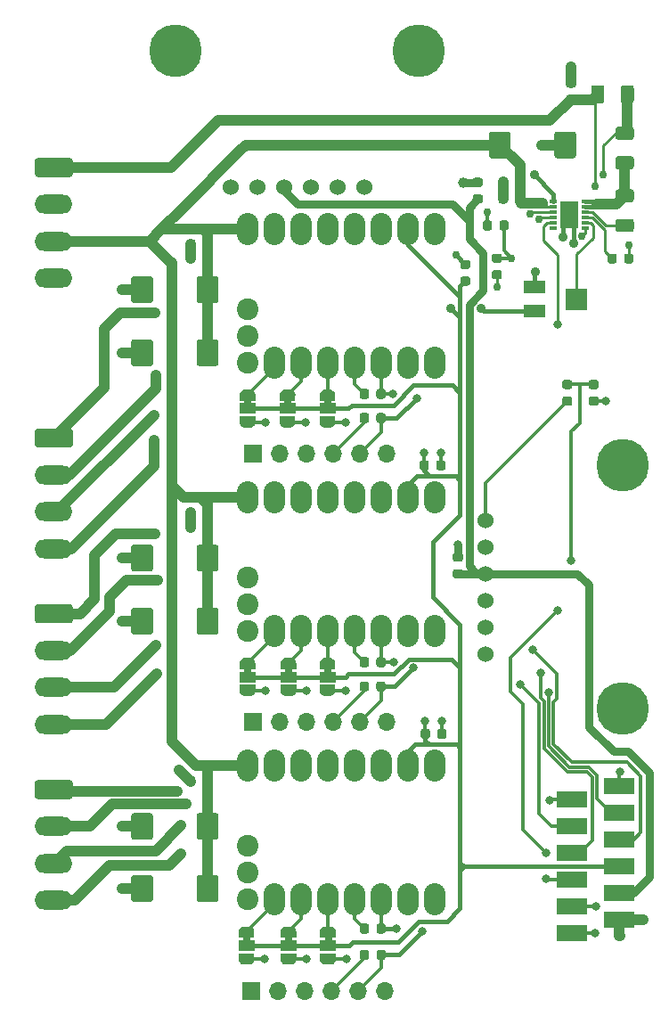
<source format=gbr>
G04 #@! TF.GenerationSoftware,KiCad,Pcbnew,(5.99.0-1438-g3759799d1)*
G04 #@! TF.CreationDate,2020-05-11T10:33:07+02:00*
G04 #@! TF.ProjectId,Uni_stick,556e695f-7374-4696-936b-2e6b69636164,rev?*
G04 #@! TF.SameCoordinates,Original*
G04 #@! TF.FileFunction,Copper,L1,Top*
G04 #@! TF.FilePolarity,Positive*
%FSLAX46Y46*%
G04 Gerber Fmt 4.6, Leading zero omitted, Abs format (unit mm)*
G04 Created by KiCad (PCBNEW (5.99.0-1438-g3759799d1)) date 2020-05-11 10:33:07*
%MOMM*%
%LPD*%
G01*
G04 APERTURE LIST*
G04 #@! TA.AperFunction,EtchedComponent*
%ADD10C,0.100000*%
G04 #@! TD*
G04 #@! TA.AperFunction,SMDPad,CuDef*
%ADD11R,2.000000X1.300000*%
G04 #@! TD*
G04 #@! TA.AperFunction,SMDPad,CuDef*
%ADD12R,2.000000X2.000000*%
G04 #@! TD*
G04 #@! TA.AperFunction,ComponentPad*
%ADD13O,3.600000X1.800000*%
G04 #@! TD*
G04 #@! TA.AperFunction,SMDPad,CuDef*
%ADD14R,3.000000X1.500000*%
G04 #@! TD*
G04 #@! TA.AperFunction,SMDPad,CuDef*
%ADD15R,1.800000X2.600000*%
G04 #@! TD*
G04 #@! TA.AperFunction,SMDPad,CuDef*
%ADD16R,0.800000X0.300000*%
G04 #@! TD*
G04 #@! TA.AperFunction,ComponentPad*
%ADD17C,2.057400*%
G04 #@! TD*
G04 #@! TA.AperFunction,ComponentPad*
%ADD18O,2.032000X3.048000*%
G04 #@! TD*
G04 #@! TA.AperFunction,SMDPad,CuDef*
%ADD19R,1.500000X1.000000*%
G04 #@! TD*
G04 #@! TA.AperFunction,WasherPad*
%ADD20C,5.000000*%
G04 #@! TD*
G04 #@! TA.AperFunction,ComponentPad*
%ADD21C,1.524000*%
G04 #@! TD*
G04 #@! TA.AperFunction,ComponentPad*
%ADD22O,1.700000X1.700000*%
G04 #@! TD*
G04 #@! TA.AperFunction,ComponentPad*
%ADD23R,1.700000X1.700000*%
G04 #@! TD*
G04 #@! TA.AperFunction,ViaPad*
%ADD24C,0.750000*%
G04 #@! TD*
G04 #@! TA.AperFunction,ViaPad*
%ADD25C,0.800000*%
G04 #@! TD*
G04 #@! TA.AperFunction,ViaPad*
%ADD26C,1.000000*%
G04 #@! TD*
G04 #@! TA.AperFunction,ViaPad*
%ADD27C,0.900000*%
G04 #@! TD*
G04 #@! TA.AperFunction,Conductor*
%ADD28C,0.300000*%
G04 #@! TD*
G04 #@! TA.AperFunction,Conductor*
%ADD29C,1.000000*%
G04 #@! TD*
G04 #@! TA.AperFunction,Conductor*
%ADD30C,0.400000*%
G04 #@! TD*
G04 #@! TA.AperFunction,Conductor*
%ADD31C,0.800000*%
G04 #@! TD*
G04 #@! TA.AperFunction,Conductor*
%ADD32C,0.250000*%
G04 #@! TD*
G04 APERTURE END LIST*
G36*
X116600000Y-73300000D02*
G01*
X116000000Y-73300000D01*
X116000000Y-72800000D01*
X116600000Y-72800000D01*
X116600000Y-73300000D01*
G37*
D10*
X116600000Y-73300000D02*
X116000000Y-73300000D01*
X116000000Y-72800000D01*
X116600000Y-72800000D01*
X116600000Y-73300000D01*
G36*
X120400000Y-73300000D02*
G01*
X119800000Y-73300000D01*
X119800000Y-72800000D01*
X120400000Y-72800000D01*
X120400000Y-73300000D01*
G37*
X120400000Y-73300000D02*
X119800000Y-73300000D01*
X119800000Y-72800000D01*
X120400000Y-72800000D01*
X120400000Y-73300000D01*
G36*
X124200000Y-73300000D02*
G01*
X123600000Y-73300000D01*
X123600000Y-72800000D01*
X124200000Y-72800000D01*
X124200000Y-73300000D01*
G37*
X124200000Y-73300000D02*
X123600000Y-73300000D01*
X123600000Y-72800000D01*
X124200000Y-72800000D01*
X124200000Y-73300000D01*
G36*
X116600000Y-98800000D02*
G01*
X116000000Y-98800000D01*
X116000000Y-98300000D01*
X116600000Y-98300000D01*
X116600000Y-98800000D01*
G37*
X116600000Y-98800000D02*
X116000000Y-98800000D01*
X116000000Y-98300000D01*
X116600000Y-98300000D01*
X116600000Y-98800000D01*
G36*
X120500000Y-98800000D02*
G01*
X119900000Y-98800000D01*
X119900000Y-98300000D01*
X120500000Y-98300000D01*
X120500000Y-98800000D01*
G37*
X120500000Y-98800000D02*
X119900000Y-98800000D01*
X119900000Y-98300000D01*
X120500000Y-98300000D01*
X120500000Y-98800000D01*
G36*
X124200000Y-98800000D02*
G01*
X123600000Y-98800000D01*
X123600000Y-98300000D01*
X124200000Y-98300000D01*
X124200000Y-98800000D01*
G37*
X124200000Y-98800000D02*
X123600000Y-98800000D01*
X123600000Y-98300000D01*
X124200000Y-98300000D01*
X124200000Y-98800000D01*
G36*
X116500000Y-124300000D02*
G01*
X115900000Y-124300000D01*
X115900000Y-123800000D01*
X116500000Y-123800000D01*
X116500000Y-124300000D01*
G37*
X116500000Y-124300000D02*
X115900000Y-124300000D01*
X115900000Y-123800000D01*
X116500000Y-123800000D01*
X116500000Y-124300000D01*
G36*
X120500000Y-124300000D02*
G01*
X119900000Y-124300000D01*
X119900000Y-123800000D01*
X120500000Y-123800000D01*
X120500000Y-124300000D01*
G37*
X120500000Y-124300000D02*
X119900000Y-124300000D01*
X119900000Y-123800000D01*
X120500000Y-123800000D01*
X120500000Y-124300000D01*
G36*
X124250000Y-124300000D02*
G01*
X123650000Y-124300000D01*
X123650000Y-123800000D01*
X124250000Y-123800000D01*
X124250000Y-124300000D01*
G37*
X124250000Y-124300000D02*
X123650000Y-124300000D01*
X123650000Y-123800000D01*
X124250000Y-123800000D01*
X124250000Y-124300000D01*
G04 #@! TA.AperFunction,SMDPad,CuDef*
G36*
G01*
X145475000Y-49675000D02*
X145475000Y-47625000D01*
G75*
G02*
X145725000Y-47375000I250000J0D01*
G01*
X147300000Y-47375000D01*
G75*
G02*
X147550000Y-47625000I0J-250000D01*
G01*
X147550000Y-49675000D01*
G75*
G02*
X147300000Y-49925000I-250000J0D01*
G01*
X145725000Y-49925000D01*
G75*
G02*
X145475000Y-49675000I0J250000D01*
G01*
G37*
G04 #@! TD.AperFunction*
G04 #@! TA.AperFunction,SMDPad,CuDef*
G36*
G01*
X139250000Y-49675000D02*
X139250000Y-47625000D01*
G75*
G02*
X139500000Y-47375000I250000J0D01*
G01*
X141075000Y-47375000D01*
G75*
G02*
X141325000Y-47625000I0J-250000D01*
G01*
X141325000Y-49675000D01*
G75*
G02*
X141075000Y-49925000I-250000J0D01*
G01*
X139500000Y-49925000D01*
G75*
G02*
X139250000Y-49675000I0J250000D01*
G01*
G37*
G04 #@! TD.AperFunction*
G04 #@! TA.AperFunction,SMDPad,CuDef*
G36*
G01*
X141050000Y-53493750D02*
X141050000Y-54006250D01*
G75*
G02*
X140831250Y-54225000I-218750J0D01*
G01*
X140393750Y-54225000D01*
G75*
G02*
X140175000Y-54006250I0J218750D01*
G01*
X140175000Y-53493750D01*
G75*
G02*
X140393750Y-53275000I218750J0D01*
G01*
X140831250Y-53275000D01*
G75*
G02*
X141050000Y-53493750I0J-218750D01*
G01*
G37*
G04 #@! TD.AperFunction*
G04 #@! TA.AperFunction,SMDPad,CuDef*
G36*
G01*
X142625000Y-53493750D02*
X142625000Y-54006250D01*
G75*
G02*
X142406250Y-54225000I-218750J0D01*
G01*
X141968750Y-54225000D01*
G75*
G02*
X141750000Y-54006250I0J218750D01*
G01*
X141750000Y-53493750D01*
G75*
G02*
X141968750Y-53275000I218750J0D01*
G01*
X142406250Y-53275000D01*
G75*
G02*
X142625000Y-53493750I0J-218750D01*
G01*
G37*
G04 #@! TD.AperFunction*
D11*
X143600000Y-62150000D03*
D12*
X147600000Y-63300000D03*
D11*
X143600000Y-64450000D03*
D13*
X97900000Y-61300000D03*
X97900000Y-57800000D03*
X97900000Y-54300000D03*
G04 #@! TA.AperFunction,ComponentPad*
G36*
G01*
X96350000Y-49900000D02*
X99450000Y-49900000D01*
G75*
G02*
X99700000Y-50150000I0J-250000D01*
G01*
X99700000Y-51450000D01*
G75*
G02*
X99450000Y-51700000I-250000J0D01*
G01*
X96350000Y-51700000D01*
G75*
G02*
X96100000Y-51450000I0J250000D01*
G01*
X96100000Y-50150000D01*
G75*
G02*
X96350000Y-49900000I250000J0D01*
G01*
G37*
G04 #@! TD.AperFunction*
D14*
X151650000Y-122285000D03*
X147150000Y-121015000D03*
X151650000Y-119745000D03*
X147150000Y-118475000D03*
X151650000Y-117205000D03*
X147150000Y-115935000D03*
X151650000Y-114665000D03*
X147150000Y-113395000D03*
X151650000Y-112125000D03*
X147150000Y-110855000D03*
X151650000Y-109585000D03*
X147150000Y-123555000D03*
G04 #@! TA.AperFunction,SMDPad,CuDef*
G36*
G01*
X147306250Y-43200000D02*
X146793750Y-43200000D01*
G75*
G02*
X146575000Y-42981250I0J218750D01*
G01*
X146575000Y-42543750D01*
G75*
G02*
X146793750Y-42325000I218750J0D01*
G01*
X147306250Y-42325000D01*
G75*
G02*
X147525000Y-42543750I0J-218750D01*
G01*
X147525000Y-42981250D01*
G75*
G02*
X147306250Y-43200000I-218750J0D01*
G01*
G37*
G04 #@! TD.AperFunction*
G04 #@! TA.AperFunction,SMDPad,CuDef*
G36*
G01*
X147306250Y-44775000D02*
X146793750Y-44775000D01*
G75*
G02*
X146575000Y-44556250I0J218750D01*
G01*
X146575000Y-44118750D01*
G75*
G02*
X146793750Y-43900000I218750J0D01*
G01*
X147306250Y-43900000D01*
G75*
G02*
X147525000Y-44118750I0J-218750D01*
G01*
X147525000Y-44556250D01*
G75*
G02*
X147306250Y-44775000I-218750J0D01*
G01*
G37*
G04 #@! TD.AperFunction*
G04 #@! TA.AperFunction,SMDPad,CuDef*
G36*
G01*
X151775000Y-44475000D02*
X151775000Y-43225000D01*
G75*
G02*
X152025000Y-42975000I250000J0D01*
G01*
X152775000Y-42975000D01*
G75*
G02*
X153025000Y-43225000I0J-250000D01*
G01*
X153025000Y-44475000D01*
G75*
G02*
X152775000Y-44725000I-250000J0D01*
G01*
X152025000Y-44725000D01*
G75*
G02*
X151775000Y-44475000I0J250000D01*
G01*
G37*
G04 #@! TD.AperFunction*
G04 #@! TA.AperFunction,SMDPad,CuDef*
G36*
G01*
X148975000Y-44475000D02*
X148975000Y-43225000D01*
G75*
G02*
X149225000Y-42975000I250000J0D01*
G01*
X149975000Y-42975000D01*
G75*
G02*
X150225000Y-43225000I0J-250000D01*
G01*
X150225000Y-44475000D01*
G75*
G02*
X149975000Y-44725000I-250000J0D01*
G01*
X149225000Y-44725000D01*
G75*
G02*
X148975000Y-44475000I0J250000D01*
G01*
G37*
G04 #@! TD.AperFunction*
G04 #@! TA.AperFunction,SMDPad,CuDef*
G36*
G01*
X152775000Y-48175000D02*
X151525000Y-48175000D01*
G75*
G02*
X151275000Y-47925000I0J250000D01*
G01*
X151275000Y-47175000D01*
G75*
G02*
X151525000Y-46925000I250000J0D01*
G01*
X152775000Y-46925000D01*
G75*
G02*
X153025000Y-47175000I0J-250000D01*
G01*
X153025000Y-47925000D01*
G75*
G02*
X152775000Y-48175000I-250000J0D01*
G01*
G37*
G04 #@! TD.AperFunction*
G04 #@! TA.AperFunction,SMDPad,CuDef*
G36*
G01*
X152775000Y-50975000D02*
X151525000Y-50975000D01*
G75*
G02*
X151275000Y-50725000I0J250000D01*
G01*
X151275000Y-49975000D01*
G75*
G02*
X151525000Y-49725000I250000J0D01*
G01*
X152775000Y-49725000D01*
G75*
G02*
X153025000Y-49975000I0J-250000D01*
G01*
X153025000Y-50725000D01*
G75*
G02*
X152775000Y-50975000I-250000J0D01*
G01*
G37*
G04 #@! TD.AperFunction*
G04 #@! TA.AperFunction,SMDPad,CuDef*
G36*
G01*
X151400000Y-59193750D02*
X151400000Y-59706250D01*
G75*
G02*
X151181250Y-59925000I-218750J0D01*
G01*
X150743750Y-59925000D01*
G75*
G02*
X150525000Y-59706250I0J218750D01*
G01*
X150525000Y-59193750D01*
G75*
G02*
X150743750Y-58975000I218750J0D01*
G01*
X151181250Y-58975000D01*
G75*
G02*
X151400000Y-59193750I0J-218750D01*
G01*
G37*
G04 #@! TD.AperFunction*
G04 #@! TA.AperFunction,SMDPad,CuDef*
G36*
G01*
X152975000Y-59193750D02*
X152975000Y-59706250D01*
G75*
G02*
X152756250Y-59925000I-218750J0D01*
G01*
X152318750Y-59925000D01*
G75*
G02*
X152100000Y-59706250I0J218750D01*
G01*
X152100000Y-59193750D01*
G75*
G02*
X152318750Y-58975000I218750J0D01*
G01*
X152756250Y-58975000D01*
G75*
G02*
X152975000Y-59193750I0J-218750D01*
G01*
G37*
G04 #@! TD.AperFunction*
G04 #@! TA.AperFunction,SMDPad,CuDef*
G36*
G01*
X151525000Y-55675000D02*
X152775000Y-55675000D01*
G75*
G02*
X153025000Y-55925000I0J-250000D01*
G01*
X153025000Y-56675000D01*
G75*
G02*
X152775000Y-56925000I-250000J0D01*
G01*
X151525000Y-56925000D01*
G75*
G02*
X151275000Y-56675000I0J250000D01*
G01*
X151275000Y-55925000D01*
G75*
G02*
X151525000Y-55675000I250000J0D01*
G01*
G37*
G04 #@! TD.AperFunction*
G04 #@! TA.AperFunction,SMDPad,CuDef*
G36*
G01*
X151525000Y-52875000D02*
X152775000Y-52875000D01*
G75*
G02*
X153025000Y-53125000I0J-250000D01*
G01*
X153025000Y-53875000D01*
G75*
G02*
X152775000Y-54125000I-250000J0D01*
G01*
X151525000Y-54125000D01*
G75*
G02*
X151275000Y-53875000I0J250000D01*
G01*
X151275000Y-53125000D01*
G75*
G02*
X151525000Y-52875000I250000J0D01*
G01*
G37*
G04 #@! TD.AperFunction*
D15*
X146900000Y-55300000D03*
D16*
X148400000Y-54050000D03*
X148400000Y-54550000D03*
X148400000Y-55050000D03*
X148400000Y-55550000D03*
X148400000Y-56050000D03*
X148400000Y-56550000D03*
X145400000Y-56550000D03*
X145400000Y-56050000D03*
X145400000Y-55550000D03*
X145400000Y-55050000D03*
X145400000Y-54550000D03*
X145400000Y-54050000D03*
D13*
X97900000Y-87000000D03*
X97900000Y-83500000D03*
X97900000Y-80000000D03*
G04 #@! TA.AperFunction,ComponentPad*
G36*
G01*
X96350000Y-75600000D02*
X99450000Y-75600000D01*
G75*
G02*
X99700000Y-75850000I0J-250000D01*
G01*
X99700000Y-77150000D01*
G75*
G02*
X99450000Y-77400000I-250000J0D01*
G01*
X96350000Y-77400000D01*
G75*
G02*
X96100000Y-77150000I0J250000D01*
G01*
X96100000Y-75850000D01*
G75*
G02*
X96350000Y-75600000I250000J0D01*
G01*
G37*
G04 #@! TD.AperFunction*
X97900000Y-103700000D03*
X97900000Y-100200000D03*
X97900000Y-96700000D03*
G04 #@! TA.AperFunction,ComponentPad*
G36*
G01*
X96350000Y-92300000D02*
X99450000Y-92300000D01*
G75*
G02*
X99700000Y-92550000I0J-250000D01*
G01*
X99700000Y-93850000D01*
G75*
G02*
X99450000Y-94100000I-250000J0D01*
G01*
X96350000Y-94100000D01*
G75*
G02*
X96100000Y-93850000I0J250000D01*
G01*
X96100000Y-92550000D01*
G75*
G02*
X96350000Y-92300000I250000J0D01*
G01*
G37*
G04 #@! TD.AperFunction*
X97900000Y-120400000D03*
X97900000Y-116900000D03*
X97900000Y-113400000D03*
G04 #@! TA.AperFunction,ComponentPad*
G36*
G01*
X96350000Y-109000000D02*
X99450000Y-109000000D01*
G75*
G02*
X99700000Y-109250000I0J-250000D01*
G01*
X99700000Y-110550000D01*
G75*
G02*
X99450000Y-110800000I-250000J0D01*
G01*
X96350000Y-110800000D01*
G75*
G02*
X96100000Y-110550000I0J250000D01*
G01*
X96100000Y-109250000D01*
G75*
G02*
X96350000Y-109000000I250000J0D01*
G01*
G37*
G04 #@! TD.AperFunction*
D17*
X116310000Y-115270000D03*
X116310000Y-117810000D03*
D18*
X134090000Y-120350000D03*
X131550000Y-120350000D03*
X129010000Y-120350000D03*
X126470000Y-120350000D03*
X123930000Y-120350000D03*
X121390000Y-120350000D03*
X118850000Y-120350000D03*
D17*
X116310000Y-120350000D03*
D18*
X116310000Y-107650000D03*
X118850000Y-107650000D03*
X121390000Y-107650000D03*
X123930000Y-107650000D03*
X126470000Y-107650000D03*
X129010000Y-107650000D03*
X131550000Y-107650000D03*
X134090000Y-107650000D03*
D17*
X116310000Y-64270000D03*
X116310000Y-66810000D03*
D18*
X134090000Y-69350000D03*
X131550000Y-69350000D03*
X129010000Y-69350000D03*
X126470000Y-69350000D03*
X123930000Y-69350000D03*
X121390000Y-69350000D03*
X118850000Y-69350000D03*
D17*
X116310000Y-69350000D03*
D18*
X116310000Y-56650000D03*
X118850000Y-56650000D03*
X121390000Y-56650000D03*
X123930000Y-56650000D03*
X126470000Y-56650000D03*
X129010000Y-56650000D03*
X131550000Y-56650000D03*
X134090000Y-56650000D03*
D17*
X116310000Y-89770000D03*
X116310000Y-92310000D03*
D18*
X134090000Y-94850000D03*
X131550000Y-94850000D03*
X129010000Y-94850000D03*
X126470000Y-94850000D03*
X123930000Y-94850000D03*
X121390000Y-94850000D03*
X118850000Y-94850000D03*
D17*
X116310000Y-94850000D03*
D18*
X116310000Y-82150000D03*
X118850000Y-82150000D03*
X121390000Y-82150000D03*
X123930000Y-82150000D03*
X126470000Y-82150000D03*
X129010000Y-82150000D03*
X131550000Y-82150000D03*
X134090000Y-82150000D03*
G04 #@! TA.AperFunction,SMDPad,CuDef*
G36*
G01*
X148943750Y-72550000D02*
X149456250Y-72550000D01*
G75*
G02*
X149675000Y-72768750I0J-218750D01*
G01*
X149675000Y-73206250D01*
G75*
G02*
X149456250Y-73425000I-218750J0D01*
G01*
X148943750Y-73425000D01*
G75*
G02*
X148725000Y-73206250I0J218750D01*
G01*
X148725000Y-72768750D01*
G75*
G02*
X148943750Y-72550000I218750J0D01*
G01*
G37*
G04 #@! TD.AperFunction*
G04 #@! TA.AperFunction,SMDPad,CuDef*
G36*
G01*
X148943750Y-70975000D02*
X149456250Y-70975000D01*
G75*
G02*
X149675000Y-71193750I0J-218750D01*
G01*
X149675000Y-71631250D01*
G75*
G02*
X149456250Y-71850000I-218750J0D01*
G01*
X148943750Y-71850000D01*
G75*
G02*
X148725000Y-71631250I0J218750D01*
G01*
X148725000Y-71193750D01*
G75*
G02*
X148943750Y-70975000I218750J0D01*
G01*
G37*
G04 #@! TD.AperFunction*
G04 #@! TA.AperFunction,SMDPad,CuDef*
G36*
G01*
X146443750Y-72550000D02*
X146956250Y-72550000D01*
G75*
G02*
X147175000Y-72768750I0J-218750D01*
G01*
X147175000Y-73206250D01*
G75*
G02*
X146956250Y-73425000I-218750J0D01*
G01*
X146443750Y-73425000D01*
G75*
G02*
X146225000Y-73206250I0J218750D01*
G01*
X146225000Y-72768750D01*
G75*
G02*
X146443750Y-72550000I218750J0D01*
G01*
G37*
G04 #@! TD.AperFunction*
G04 #@! TA.AperFunction,SMDPad,CuDef*
G36*
G01*
X146443750Y-70975000D02*
X146956250Y-70975000D01*
G75*
G02*
X147175000Y-71193750I0J-218750D01*
G01*
X147175000Y-71631250D01*
G75*
G02*
X146956250Y-71850000I-218750J0D01*
G01*
X146443750Y-71850000D01*
G75*
G02*
X146225000Y-71631250I0J218750D01*
G01*
X146225000Y-71193750D01*
G75*
G02*
X146443750Y-70975000I218750J0D01*
G01*
G37*
G04 #@! TD.AperFunction*
G04 #@! TA.AperFunction,SMDPad,CuDef*
G36*
G01*
X139743750Y-60550000D02*
X140256250Y-60550000D01*
G75*
G02*
X140475000Y-60768750I0J-218750D01*
G01*
X140475000Y-61206250D01*
G75*
G02*
X140256250Y-61425000I-218750J0D01*
G01*
X139743750Y-61425000D01*
G75*
G02*
X139525000Y-61206250I0J218750D01*
G01*
X139525000Y-60768750D01*
G75*
G02*
X139743750Y-60550000I218750J0D01*
G01*
G37*
G04 #@! TD.AperFunction*
G04 #@! TA.AperFunction,SMDPad,CuDef*
G36*
G01*
X139743750Y-58975000D02*
X140256250Y-58975000D01*
G75*
G02*
X140475000Y-59193750I0J-218750D01*
G01*
X140475000Y-59631250D01*
G75*
G02*
X140256250Y-59850000I-218750J0D01*
G01*
X139743750Y-59850000D01*
G75*
G02*
X139525000Y-59631250I0J218750D01*
G01*
X139525000Y-59193750D01*
G75*
G02*
X139743750Y-58975000I218750J0D01*
G01*
G37*
G04 #@! TD.AperFunction*
G04 #@! TA.AperFunction,SMDPad,CuDef*
G36*
G01*
X139550000Y-56043750D02*
X139550000Y-56556250D01*
G75*
G02*
X139331250Y-56775000I-218750J0D01*
G01*
X138893750Y-56775000D01*
G75*
G02*
X138675000Y-56556250I0J218750D01*
G01*
X138675000Y-56043750D01*
G75*
G02*
X138893750Y-55825000I218750J0D01*
G01*
X139331250Y-55825000D01*
G75*
G02*
X139550000Y-56043750I0J-218750D01*
G01*
G37*
G04 #@! TD.AperFunction*
G04 #@! TA.AperFunction,SMDPad,CuDef*
G36*
G01*
X141125000Y-56043750D02*
X141125000Y-56556250D01*
G75*
G02*
X140906250Y-56775000I-218750J0D01*
G01*
X140468750Y-56775000D01*
G75*
G02*
X140250000Y-56556250I0J218750D01*
G01*
X140250000Y-56043750D01*
G75*
G02*
X140468750Y-55825000I218750J0D01*
G01*
X140906250Y-55825000D01*
G75*
G02*
X141125000Y-56043750I0J-218750D01*
G01*
G37*
G04 #@! TD.AperFunction*
G04 #@! TA.AperFunction,SMDPad,CuDef*
G36*
G01*
X128550000Y-72556250D02*
X128550000Y-72043750D01*
G75*
G02*
X128768750Y-71825000I218750J0D01*
G01*
X129206250Y-71825000D01*
G75*
G02*
X129425000Y-72043750I0J-218750D01*
G01*
X129425000Y-72556250D01*
G75*
G02*
X129206250Y-72775000I-218750J0D01*
G01*
X128768750Y-72775000D01*
G75*
G02*
X128550000Y-72556250I0J218750D01*
G01*
G37*
G04 #@! TD.AperFunction*
G04 #@! TA.AperFunction,SMDPad,CuDef*
G36*
G01*
X126975000Y-72556250D02*
X126975000Y-72043750D01*
G75*
G02*
X127193750Y-71825000I218750J0D01*
G01*
X127631250Y-71825000D01*
G75*
G02*
X127850000Y-72043750I0J-218750D01*
G01*
X127850000Y-72556250D01*
G75*
G02*
X127631250Y-72775000I-218750J0D01*
G01*
X127193750Y-72775000D01*
G75*
G02*
X126975000Y-72556250I0J218750D01*
G01*
G37*
G04 #@! TD.AperFunction*
G04 #@! TA.AperFunction,SMDPad,CuDef*
G36*
G01*
X128550000Y-74856250D02*
X128550000Y-74343750D01*
G75*
G02*
X128768750Y-74125000I218750J0D01*
G01*
X129206250Y-74125000D01*
G75*
G02*
X129425000Y-74343750I0J-218750D01*
G01*
X129425000Y-74856250D01*
G75*
G02*
X129206250Y-75075000I-218750J0D01*
G01*
X128768750Y-75075000D01*
G75*
G02*
X128550000Y-74856250I0J218750D01*
G01*
G37*
G04 #@! TD.AperFunction*
G04 #@! TA.AperFunction,SMDPad,CuDef*
G36*
G01*
X126975000Y-74856250D02*
X126975000Y-74343750D01*
G75*
G02*
X127193750Y-74125000I218750J0D01*
G01*
X127631250Y-74125000D01*
G75*
G02*
X127850000Y-74343750I0J-218750D01*
G01*
X127850000Y-74856250D01*
G75*
G02*
X127631250Y-75075000I-218750J0D01*
G01*
X127193750Y-75075000D01*
G75*
G02*
X126975000Y-74856250I0J218750D01*
G01*
G37*
G04 #@! TD.AperFunction*
G04 #@! TA.AperFunction,SMDPad,CuDef*
G36*
G01*
X128550000Y-98056250D02*
X128550000Y-97543750D01*
G75*
G02*
X128768750Y-97325000I218750J0D01*
G01*
X129206250Y-97325000D01*
G75*
G02*
X129425000Y-97543750I0J-218750D01*
G01*
X129425000Y-98056250D01*
G75*
G02*
X129206250Y-98275000I-218750J0D01*
G01*
X128768750Y-98275000D01*
G75*
G02*
X128550000Y-98056250I0J218750D01*
G01*
G37*
G04 #@! TD.AperFunction*
G04 #@! TA.AperFunction,SMDPad,CuDef*
G36*
G01*
X126975000Y-98056250D02*
X126975000Y-97543750D01*
G75*
G02*
X127193750Y-97325000I218750J0D01*
G01*
X127631250Y-97325000D01*
G75*
G02*
X127850000Y-97543750I0J-218750D01*
G01*
X127850000Y-98056250D01*
G75*
G02*
X127631250Y-98275000I-218750J0D01*
G01*
X127193750Y-98275000D01*
G75*
G02*
X126975000Y-98056250I0J218750D01*
G01*
G37*
G04 #@! TD.AperFunction*
G04 #@! TA.AperFunction,SMDPad,CuDef*
G36*
G01*
X128550000Y-100356250D02*
X128550000Y-99843750D01*
G75*
G02*
X128768750Y-99625000I218750J0D01*
G01*
X129206250Y-99625000D01*
G75*
G02*
X129425000Y-99843750I0J-218750D01*
G01*
X129425000Y-100356250D01*
G75*
G02*
X129206250Y-100575000I-218750J0D01*
G01*
X128768750Y-100575000D01*
G75*
G02*
X128550000Y-100356250I0J218750D01*
G01*
G37*
G04 #@! TD.AperFunction*
G04 #@! TA.AperFunction,SMDPad,CuDef*
G36*
G01*
X126975000Y-100356250D02*
X126975000Y-99843750D01*
G75*
G02*
X127193750Y-99625000I218750J0D01*
G01*
X127631250Y-99625000D01*
G75*
G02*
X127850000Y-99843750I0J-218750D01*
G01*
X127850000Y-100356250D01*
G75*
G02*
X127631250Y-100575000I-218750J0D01*
G01*
X127193750Y-100575000D01*
G75*
G02*
X126975000Y-100356250I0J218750D01*
G01*
G37*
G04 #@! TD.AperFunction*
G04 #@! TA.AperFunction,SMDPad,CuDef*
G36*
G01*
X128562500Y-125856250D02*
X128562500Y-125343750D01*
G75*
G02*
X128781250Y-125125000I218750J0D01*
G01*
X129218750Y-125125000D01*
G75*
G02*
X129437500Y-125343750I0J-218750D01*
G01*
X129437500Y-125856250D01*
G75*
G02*
X129218750Y-126075000I-218750J0D01*
G01*
X128781250Y-126075000D01*
G75*
G02*
X128562500Y-125856250I0J218750D01*
G01*
G37*
G04 #@! TD.AperFunction*
G04 #@! TA.AperFunction,SMDPad,CuDef*
G36*
G01*
X126987500Y-125856250D02*
X126987500Y-125343750D01*
G75*
G02*
X127206250Y-125125000I218750J0D01*
G01*
X127643750Y-125125000D01*
G75*
G02*
X127862500Y-125343750I0J-218750D01*
G01*
X127862500Y-125856250D01*
G75*
G02*
X127643750Y-126075000I-218750J0D01*
G01*
X127206250Y-126075000D01*
G75*
G02*
X126987500Y-125856250I0J218750D01*
G01*
G37*
G04 #@! TD.AperFunction*
G04 #@! TA.AperFunction,SMDPad,CuDef*
G36*
X117050000Y-72437424D02*
G01*
X117049999Y-72950000D01*
X115550000Y-72949999D01*
X115550000Y-72431335D01*
X115544944Y-72390743D01*
X115567842Y-72249363D01*
X115629501Y-72120092D01*
X115724965Y-72013323D01*
X115846557Y-71937639D01*
X115984504Y-71899123D01*
X116056274Y-71900000D01*
X116481362Y-71900001D01*
X116484503Y-71899124D01*
X116627715Y-71900874D01*
X116764680Y-71942748D01*
X116884386Y-72021381D01*
X116977212Y-72130450D01*
X117035694Y-72261189D01*
X117055132Y-72403086D01*
X117050000Y-72437424D01*
G37*
G04 #@! TD.AperFunction*
D19*
X116300000Y-73700000D03*
G04 #@! TA.AperFunction,SMDPad,CuDef*
G36*
X117033962Y-75144735D02*
G01*
X116973887Y-75274750D01*
X116879735Y-75382677D01*
X116759076Y-75459841D01*
X116621610Y-75500039D01*
X116549999Y-75499164D01*
X116549999Y-75500000D01*
X116121744Y-75499999D01*
X116121611Y-75500038D01*
X116118419Y-75499999D01*
X116050000Y-75499999D01*
X116050000Y-75499163D01*
X115966193Y-75498139D01*
X115829750Y-75454595D01*
X115711013Y-75374506D01*
X115619527Y-75264310D01*
X115562646Y-75132867D01*
X115544944Y-74990743D01*
X115550000Y-74959526D01*
X115550001Y-74450000D01*
X117050000Y-74450001D01*
X117050000Y-74965623D01*
X117055132Y-75003086D01*
X117033962Y-75144735D01*
G37*
G04 #@! TD.AperFunction*
G04 #@! TA.AperFunction,SMDPad,CuDef*
G36*
X120850000Y-72437424D02*
G01*
X120849999Y-72950000D01*
X119350000Y-72949999D01*
X119350000Y-72431335D01*
X119344944Y-72390743D01*
X119367842Y-72249363D01*
X119429501Y-72120092D01*
X119524965Y-72013323D01*
X119646557Y-71937639D01*
X119784504Y-71899123D01*
X119856274Y-71900000D01*
X120281362Y-71900001D01*
X120284503Y-71899124D01*
X120427715Y-71900874D01*
X120564680Y-71942748D01*
X120684386Y-72021381D01*
X120777212Y-72130450D01*
X120835694Y-72261189D01*
X120855132Y-72403086D01*
X120850000Y-72437424D01*
G37*
G04 #@! TD.AperFunction*
X120100000Y-73700000D03*
G04 #@! TA.AperFunction,SMDPad,CuDef*
G36*
X120833962Y-75144735D02*
G01*
X120773887Y-75274750D01*
X120679735Y-75382677D01*
X120559076Y-75459841D01*
X120421610Y-75500039D01*
X120349999Y-75499164D01*
X120349999Y-75500000D01*
X119921744Y-75499999D01*
X119921611Y-75500038D01*
X119918419Y-75499999D01*
X119850000Y-75499999D01*
X119850000Y-75499163D01*
X119766193Y-75498139D01*
X119629750Y-75454595D01*
X119511013Y-75374506D01*
X119419527Y-75264310D01*
X119362646Y-75132867D01*
X119344944Y-74990743D01*
X119350000Y-74959526D01*
X119350001Y-74450000D01*
X120850000Y-74450001D01*
X120850000Y-74965623D01*
X120855132Y-75003086D01*
X120833962Y-75144735D01*
G37*
G04 #@! TD.AperFunction*
G04 #@! TA.AperFunction,SMDPad,CuDef*
G36*
X124650000Y-72437424D02*
G01*
X124649999Y-72950000D01*
X123150000Y-72949999D01*
X123150000Y-72431335D01*
X123144944Y-72390743D01*
X123167842Y-72249363D01*
X123229501Y-72120092D01*
X123324965Y-72013323D01*
X123446557Y-71937639D01*
X123584504Y-71899123D01*
X123656274Y-71900000D01*
X124081362Y-71900001D01*
X124084503Y-71899124D01*
X124227715Y-71900874D01*
X124364680Y-71942748D01*
X124484386Y-72021381D01*
X124577212Y-72130450D01*
X124635694Y-72261189D01*
X124655132Y-72403086D01*
X124650000Y-72437424D01*
G37*
G04 #@! TD.AperFunction*
X123900000Y-73700000D03*
G04 #@! TA.AperFunction,SMDPad,CuDef*
G36*
X124633962Y-75144735D02*
G01*
X124573887Y-75274750D01*
X124479735Y-75382677D01*
X124359076Y-75459841D01*
X124221610Y-75500039D01*
X124149999Y-75499164D01*
X124149999Y-75500000D01*
X123721744Y-75499999D01*
X123721611Y-75500038D01*
X123718419Y-75499999D01*
X123650000Y-75499999D01*
X123650000Y-75499163D01*
X123566193Y-75498139D01*
X123429750Y-75454595D01*
X123311013Y-75374506D01*
X123219527Y-75264310D01*
X123162646Y-75132867D01*
X123144944Y-74990743D01*
X123150000Y-74959526D01*
X123150001Y-74450000D01*
X124650000Y-74450001D01*
X124650000Y-74965623D01*
X124655132Y-75003086D01*
X124633962Y-75144735D01*
G37*
G04 #@! TD.AperFunction*
G04 #@! TA.AperFunction,SMDPad,CuDef*
G36*
X117050000Y-97937424D02*
G01*
X117049999Y-98450000D01*
X115550000Y-98449999D01*
X115550000Y-97931335D01*
X115544944Y-97890743D01*
X115567842Y-97749363D01*
X115629501Y-97620092D01*
X115724965Y-97513323D01*
X115846557Y-97437639D01*
X115984504Y-97399123D01*
X116056274Y-97400000D01*
X116481362Y-97400001D01*
X116484503Y-97399124D01*
X116627715Y-97400874D01*
X116764680Y-97442748D01*
X116884386Y-97521381D01*
X116977212Y-97630450D01*
X117035694Y-97761189D01*
X117055132Y-97903086D01*
X117050000Y-97937424D01*
G37*
G04 #@! TD.AperFunction*
X116300000Y-99200000D03*
G04 #@! TA.AperFunction,SMDPad,CuDef*
G36*
X117033962Y-100644735D02*
G01*
X116973887Y-100774750D01*
X116879735Y-100882677D01*
X116759076Y-100959841D01*
X116621610Y-101000039D01*
X116549999Y-100999164D01*
X116549999Y-101000000D01*
X116121744Y-100999999D01*
X116121611Y-101000038D01*
X116118419Y-100999999D01*
X116050000Y-100999999D01*
X116050000Y-100999163D01*
X115966193Y-100998139D01*
X115829750Y-100954595D01*
X115711013Y-100874506D01*
X115619527Y-100764310D01*
X115562646Y-100632867D01*
X115544944Y-100490743D01*
X115550000Y-100459526D01*
X115550001Y-99950000D01*
X117050000Y-99950001D01*
X117050000Y-100465623D01*
X117055132Y-100503086D01*
X117033962Y-100644735D01*
G37*
G04 #@! TD.AperFunction*
G04 #@! TA.AperFunction,SMDPad,CuDef*
G36*
X120950000Y-97937424D02*
G01*
X120949999Y-98450000D01*
X119450000Y-98449999D01*
X119450000Y-97931335D01*
X119444944Y-97890743D01*
X119467842Y-97749363D01*
X119529501Y-97620092D01*
X119624965Y-97513323D01*
X119746557Y-97437639D01*
X119884504Y-97399123D01*
X119956274Y-97400000D01*
X120381362Y-97400001D01*
X120384503Y-97399124D01*
X120527715Y-97400874D01*
X120664680Y-97442748D01*
X120784386Y-97521381D01*
X120877212Y-97630450D01*
X120935694Y-97761189D01*
X120955132Y-97903086D01*
X120950000Y-97937424D01*
G37*
G04 #@! TD.AperFunction*
X120200000Y-99200000D03*
G04 #@! TA.AperFunction,SMDPad,CuDef*
G36*
X120933962Y-100644735D02*
G01*
X120873887Y-100774750D01*
X120779735Y-100882677D01*
X120659076Y-100959841D01*
X120521610Y-101000039D01*
X120449999Y-100999164D01*
X120449999Y-101000000D01*
X120021744Y-100999999D01*
X120021611Y-101000038D01*
X120018419Y-100999999D01*
X119950000Y-100999999D01*
X119950000Y-100999163D01*
X119866193Y-100998139D01*
X119729750Y-100954595D01*
X119611013Y-100874506D01*
X119519527Y-100764310D01*
X119462646Y-100632867D01*
X119444944Y-100490743D01*
X119450000Y-100459526D01*
X119450001Y-99950000D01*
X120950000Y-99950001D01*
X120950000Y-100465623D01*
X120955132Y-100503086D01*
X120933962Y-100644735D01*
G37*
G04 #@! TD.AperFunction*
G04 #@! TA.AperFunction,SMDPad,CuDef*
G36*
X124650000Y-97937424D02*
G01*
X124649999Y-98450000D01*
X123150000Y-98449999D01*
X123150000Y-97931335D01*
X123144944Y-97890743D01*
X123167842Y-97749363D01*
X123229501Y-97620092D01*
X123324965Y-97513323D01*
X123446557Y-97437639D01*
X123584504Y-97399123D01*
X123656274Y-97400000D01*
X124081362Y-97400001D01*
X124084503Y-97399124D01*
X124227715Y-97400874D01*
X124364680Y-97442748D01*
X124484386Y-97521381D01*
X124577212Y-97630450D01*
X124635694Y-97761189D01*
X124655132Y-97903086D01*
X124650000Y-97937424D01*
G37*
G04 #@! TD.AperFunction*
X123900000Y-99200000D03*
G04 #@! TA.AperFunction,SMDPad,CuDef*
G36*
X124633962Y-100644735D02*
G01*
X124573887Y-100774750D01*
X124479735Y-100882677D01*
X124359076Y-100959841D01*
X124221610Y-101000039D01*
X124149999Y-100999164D01*
X124149999Y-101000000D01*
X123721744Y-100999999D01*
X123721611Y-101000038D01*
X123718419Y-100999999D01*
X123650000Y-100999999D01*
X123650000Y-100999163D01*
X123566193Y-100998139D01*
X123429750Y-100954595D01*
X123311013Y-100874506D01*
X123219527Y-100764310D01*
X123162646Y-100632867D01*
X123144944Y-100490743D01*
X123150000Y-100459526D01*
X123150001Y-99950000D01*
X124650000Y-99950001D01*
X124650000Y-100465623D01*
X124655132Y-100503086D01*
X124633962Y-100644735D01*
G37*
G04 #@! TD.AperFunction*
G04 #@! TA.AperFunction,SMDPad,CuDef*
G36*
X116950000Y-123437424D02*
G01*
X116949999Y-123950000D01*
X115450000Y-123949999D01*
X115450000Y-123431335D01*
X115444944Y-123390743D01*
X115467842Y-123249363D01*
X115529501Y-123120092D01*
X115624965Y-123013323D01*
X115746557Y-122937639D01*
X115884504Y-122899123D01*
X115956274Y-122900000D01*
X116381362Y-122900001D01*
X116384503Y-122899124D01*
X116527715Y-122900874D01*
X116664680Y-122942748D01*
X116784386Y-123021381D01*
X116877212Y-123130450D01*
X116935694Y-123261189D01*
X116955132Y-123403086D01*
X116950000Y-123437424D01*
G37*
G04 #@! TD.AperFunction*
X116200000Y-124700000D03*
G04 #@! TA.AperFunction,SMDPad,CuDef*
G36*
X116933962Y-126144735D02*
G01*
X116873887Y-126274750D01*
X116779735Y-126382677D01*
X116659076Y-126459841D01*
X116521610Y-126500039D01*
X116449999Y-126499164D01*
X116449999Y-126500000D01*
X116021744Y-126499999D01*
X116021611Y-126500038D01*
X116018419Y-126499999D01*
X115950000Y-126499999D01*
X115950000Y-126499163D01*
X115866193Y-126498139D01*
X115729750Y-126454595D01*
X115611013Y-126374506D01*
X115519527Y-126264310D01*
X115462646Y-126132867D01*
X115444944Y-125990743D01*
X115450000Y-125959526D01*
X115450001Y-125450000D01*
X116950000Y-125450001D01*
X116950000Y-125965623D01*
X116955132Y-126003086D01*
X116933962Y-126144735D01*
G37*
G04 #@! TD.AperFunction*
G04 #@! TA.AperFunction,SMDPad,CuDef*
G36*
X120950000Y-123437424D02*
G01*
X120949999Y-123950000D01*
X119450000Y-123949999D01*
X119450000Y-123431335D01*
X119444944Y-123390743D01*
X119467842Y-123249363D01*
X119529501Y-123120092D01*
X119624965Y-123013323D01*
X119746557Y-122937639D01*
X119884504Y-122899123D01*
X119956274Y-122900000D01*
X120381362Y-122900001D01*
X120384503Y-122899124D01*
X120527715Y-122900874D01*
X120664680Y-122942748D01*
X120784386Y-123021381D01*
X120877212Y-123130450D01*
X120935694Y-123261189D01*
X120955132Y-123403086D01*
X120950000Y-123437424D01*
G37*
G04 #@! TD.AperFunction*
X120200000Y-124700000D03*
G04 #@! TA.AperFunction,SMDPad,CuDef*
G36*
X120933962Y-126144735D02*
G01*
X120873887Y-126274750D01*
X120779735Y-126382677D01*
X120659076Y-126459841D01*
X120521610Y-126500039D01*
X120449999Y-126499164D01*
X120449999Y-126500000D01*
X120021744Y-126499999D01*
X120021611Y-126500038D01*
X120018419Y-126499999D01*
X119950000Y-126499999D01*
X119950000Y-126499163D01*
X119866193Y-126498139D01*
X119729750Y-126454595D01*
X119611013Y-126374506D01*
X119519527Y-126264310D01*
X119462646Y-126132867D01*
X119444944Y-125990743D01*
X119450000Y-125959526D01*
X119450001Y-125450000D01*
X120950000Y-125450001D01*
X120950000Y-125965623D01*
X120955132Y-126003086D01*
X120933962Y-126144735D01*
G37*
G04 #@! TD.AperFunction*
G04 #@! TA.AperFunction,SMDPad,CuDef*
G36*
X124700000Y-123437424D02*
G01*
X124699999Y-123950000D01*
X123200000Y-123949999D01*
X123200000Y-123431335D01*
X123194944Y-123390743D01*
X123217842Y-123249363D01*
X123279501Y-123120092D01*
X123374965Y-123013323D01*
X123496557Y-122937639D01*
X123634504Y-122899123D01*
X123706274Y-122900000D01*
X124131362Y-122900001D01*
X124134503Y-122899124D01*
X124277715Y-122900874D01*
X124414680Y-122942748D01*
X124534386Y-123021381D01*
X124627212Y-123130450D01*
X124685694Y-123261189D01*
X124705132Y-123403086D01*
X124700000Y-123437424D01*
G37*
G04 #@! TD.AperFunction*
X123950000Y-124700000D03*
G04 #@! TA.AperFunction,SMDPad,CuDef*
G36*
X124683962Y-126144735D02*
G01*
X124623887Y-126274750D01*
X124529735Y-126382677D01*
X124409076Y-126459841D01*
X124271610Y-126500039D01*
X124199999Y-126499164D01*
X124199999Y-126500000D01*
X123771744Y-126499999D01*
X123771611Y-126500038D01*
X123768419Y-126499999D01*
X123700000Y-126499999D01*
X123700000Y-126499163D01*
X123616193Y-126498139D01*
X123479750Y-126454595D01*
X123361013Y-126374506D01*
X123269527Y-126264310D01*
X123212646Y-126132867D01*
X123194944Y-125990743D01*
X123200000Y-125959526D01*
X123200001Y-125450000D01*
X124700000Y-125450001D01*
X124700000Y-125965623D01*
X124705132Y-126003086D01*
X124683962Y-126144735D01*
G37*
G04 #@! TD.AperFunction*
D20*
X151950000Y-79095000D03*
X151950000Y-102205000D03*
D21*
X138950000Y-84300000D03*
X138950000Y-86840000D03*
X138950000Y-89380000D03*
X138950000Y-91920000D03*
X138950000Y-94460000D03*
X138950000Y-97000000D03*
G04 #@! TA.AperFunction,SMDPad,CuDef*
G36*
G01*
X111350000Y-108843750D02*
X111350000Y-109356250D01*
G75*
G02*
X111131250Y-109575000I-218750J0D01*
G01*
X110693750Y-109575000D01*
G75*
G02*
X110475000Y-109356250I0J218750D01*
G01*
X110475000Y-108843750D01*
G75*
G02*
X110693750Y-108625000I218750J0D01*
G01*
X111131250Y-108625000D01*
G75*
G02*
X111350000Y-108843750I0J-218750D01*
G01*
G37*
G04 #@! TD.AperFunction*
G04 #@! TA.AperFunction,SMDPad,CuDef*
G36*
G01*
X112925000Y-108843750D02*
X112925000Y-109356250D01*
G75*
G02*
X112706250Y-109575000I-218750J0D01*
G01*
X112268750Y-109575000D01*
G75*
G02*
X112050000Y-109356250I0J218750D01*
G01*
X112050000Y-108843750D01*
G75*
G02*
X112268750Y-108625000I218750J0D01*
G01*
X112706250Y-108625000D01*
G75*
G02*
X112925000Y-108843750I0J-218750D01*
G01*
G37*
G04 #@! TD.AperFunction*
G04 #@! TA.AperFunction,SMDPad,CuDef*
G36*
G01*
X138456250Y-54225000D02*
X137943750Y-54225000D01*
G75*
G02*
X137725000Y-54006250I0J218750D01*
G01*
X137725000Y-53568750D01*
G75*
G02*
X137943750Y-53350000I218750J0D01*
G01*
X138456250Y-53350000D01*
G75*
G02*
X138675000Y-53568750I0J-218750D01*
G01*
X138675000Y-54006250D01*
G75*
G02*
X138456250Y-54225000I-218750J0D01*
G01*
G37*
G04 #@! TD.AperFunction*
G04 #@! TA.AperFunction,SMDPad,CuDef*
G36*
G01*
X138456250Y-52650000D02*
X137943750Y-52650000D01*
G75*
G02*
X137725000Y-52431250I0J218750D01*
G01*
X137725000Y-51993750D01*
G75*
G02*
X137943750Y-51775000I218750J0D01*
G01*
X138456250Y-51775000D01*
G75*
G02*
X138675000Y-51993750I0J-218750D01*
G01*
X138675000Y-52431250D01*
G75*
G02*
X138456250Y-52650000I-218750J0D01*
G01*
G37*
G04 #@! TD.AperFunction*
G04 #@! TA.AperFunction,SMDPad,CuDef*
G36*
G01*
X107325000Y-61375000D02*
X107325000Y-63425000D01*
G75*
G02*
X107075000Y-63675000I-250000J0D01*
G01*
X105500000Y-63675000D01*
G75*
G02*
X105250000Y-63425000I0J250000D01*
G01*
X105250000Y-61375000D01*
G75*
G02*
X105500000Y-61125000I250000J0D01*
G01*
X107075000Y-61125000D01*
G75*
G02*
X107325000Y-61375000I0J-250000D01*
G01*
G37*
G04 #@! TD.AperFunction*
G04 #@! TA.AperFunction,SMDPad,CuDef*
G36*
G01*
X113550000Y-61375000D02*
X113550000Y-63425000D01*
G75*
G02*
X113300000Y-63675000I-250000J0D01*
G01*
X111725000Y-63675000D01*
G75*
G02*
X111475000Y-63425000I0J250000D01*
G01*
X111475000Y-61375000D01*
G75*
G02*
X111725000Y-61125000I250000J0D01*
G01*
X113300000Y-61125000D01*
G75*
G02*
X113550000Y-61375000I0J-250000D01*
G01*
G37*
G04 #@! TD.AperFunction*
G04 #@! TA.AperFunction,SMDPad,CuDef*
G36*
G01*
X107325000Y-67375000D02*
X107325000Y-69425000D01*
G75*
G02*
X107075000Y-69675000I-250000J0D01*
G01*
X105500000Y-69675000D01*
G75*
G02*
X105250000Y-69425000I0J250000D01*
G01*
X105250000Y-67375000D01*
G75*
G02*
X105500000Y-67125000I250000J0D01*
G01*
X107075000Y-67125000D01*
G75*
G02*
X107325000Y-67375000I0J-250000D01*
G01*
G37*
G04 #@! TD.AperFunction*
G04 #@! TA.AperFunction,SMDPad,CuDef*
G36*
G01*
X113550000Y-67375000D02*
X113550000Y-69425000D01*
G75*
G02*
X113300000Y-69675000I-250000J0D01*
G01*
X111725000Y-69675000D01*
G75*
G02*
X111475000Y-69425000I0J250000D01*
G01*
X111475000Y-67375000D01*
G75*
G02*
X111725000Y-67125000I250000J0D01*
G01*
X113300000Y-67125000D01*
G75*
G02*
X113550000Y-67375000I0J-250000D01*
G01*
G37*
G04 #@! TD.AperFunction*
G04 #@! TA.AperFunction,SMDPad,CuDef*
G36*
G01*
X137256250Y-60450000D02*
X136743750Y-60450000D01*
G75*
G02*
X136525000Y-60231250I0J218750D01*
G01*
X136525000Y-59793750D01*
G75*
G02*
X136743750Y-59575000I218750J0D01*
G01*
X137256250Y-59575000D01*
G75*
G02*
X137475000Y-59793750I0J-218750D01*
G01*
X137475000Y-60231250D01*
G75*
G02*
X137256250Y-60450000I-218750J0D01*
G01*
G37*
G04 #@! TD.AperFunction*
G04 #@! TA.AperFunction,SMDPad,CuDef*
G36*
G01*
X137256250Y-62025000D02*
X136743750Y-62025000D01*
G75*
G02*
X136525000Y-61806250I0J218750D01*
G01*
X136525000Y-61368750D01*
G75*
G02*
X136743750Y-61150000I218750J0D01*
G01*
X137256250Y-61150000D01*
G75*
G02*
X137475000Y-61368750I0J-218750D01*
G01*
X137475000Y-61806250D01*
G75*
G02*
X137256250Y-62025000I-218750J0D01*
G01*
G37*
G04 #@! TD.AperFunction*
G04 #@! TA.AperFunction,SMDPad,CuDef*
G36*
G01*
X111350000Y-57843750D02*
X111350000Y-58356250D01*
G75*
G02*
X111131250Y-58575000I-218750J0D01*
G01*
X110693750Y-58575000D01*
G75*
G02*
X110475000Y-58356250I0J218750D01*
G01*
X110475000Y-57843750D01*
G75*
G02*
X110693750Y-57625000I218750J0D01*
G01*
X111131250Y-57625000D01*
G75*
G02*
X111350000Y-57843750I0J-218750D01*
G01*
G37*
G04 #@! TD.AperFunction*
G04 #@! TA.AperFunction,SMDPad,CuDef*
G36*
G01*
X112925000Y-57843750D02*
X112925000Y-58356250D01*
G75*
G02*
X112706250Y-58575000I-218750J0D01*
G01*
X112268750Y-58575000D01*
G75*
G02*
X112050000Y-58356250I0J218750D01*
G01*
X112050000Y-57843750D01*
G75*
G02*
X112268750Y-57625000I218750J0D01*
G01*
X112706250Y-57625000D01*
G75*
G02*
X112925000Y-57843750I0J-218750D01*
G01*
G37*
G04 #@! TD.AperFunction*
G04 #@! TA.AperFunction,SMDPad,CuDef*
G36*
G01*
X136556250Y-88250000D02*
X136043750Y-88250000D01*
G75*
G02*
X135825000Y-88031250I0J218750D01*
G01*
X135825000Y-87593750D01*
G75*
G02*
X136043750Y-87375000I218750J0D01*
G01*
X136556250Y-87375000D01*
G75*
G02*
X136775000Y-87593750I0J-218750D01*
G01*
X136775000Y-88031250D01*
G75*
G02*
X136556250Y-88250000I-218750J0D01*
G01*
G37*
G04 #@! TD.AperFunction*
G04 #@! TA.AperFunction,SMDPad,CuDef*
G36*
G01*
X136556250Y-89825000D02*
X136043750Y-89825000D01*
G75*
G02*
X135825000Y-89606250I0J218750D01*
G01*
X135825000Y-89168750D01*
G75*
G02*
X136043750Y-88950000I218750J0D01*
G01*
X136556250Y-88950000D01*
G75*
G02*
X136775000Y-89168750I0J-218750D01*
G01*
X136775000Y-89606250D01*
G75*
G02*
X136556250Y-89825000I-218750J0D01*
G01*
G37*
G04 #@! TD.AperFunction*
G04 #@! TA.AperFunction,SMDPad,CuDef*
G36*
G01*
X107325000Y-92875000D02*
X107325000Y-94925000D01*
G75*
G02*
X107075000Y-95175000I-250000J0D01*
G01*
X105500000Y-95175000D01*
G75*
G02*
X105250000Y-94925000I0J250000D01*
G01*
X105250000Y-92875000D01*
G75*
G02*
X105500000Y-92625000I250000J0D01*
G01*
X107075000Y-92625000D01*
G75*
G02*
X107325000Y-92875000I0J-250000D01*
G01*
G37*
G04 #@! TD.AperFunction*
G04 #@! TA.AperFunction,SMDPad,CuDef*
G36*
G01*
X113550000Y-92875000D02*
X113550000Y-94925000D01*
G75*
G02*
X113300000Y-95175000I-250000J0D01*
G01*
X111725000Y-95175000D01*
G75*
G02*
X111475000Y-94925000I0J250000D01*
G01*
X111475000Y-92875000D01*
G75*
G02*
X111725000Y-92625000I250000J0D01*
G01*
X113300000Y-92625000D01*
G75*
G02*
X113550000Y-92875000I0J-250000D01*
G01*
G37*
G04 #@! TD.AperFunction*
G04 #@! TA.AperFunction,SMDPad,CuDef*
G36*
G01*
X107325000Y-86875000D02*
X107325000Y-88925000D01*
G75*
G02*
X107075000Y-89175000I-250000J0D01*
G01*
X105500000Y-89175000D01*
G75*
G02*
X105250000Y-88925000I0J250000D01*
G01*
X105250000Y-86875000D01*
G75*
G02*
X105500000Y-86625000I250000J0D01*
G01*
X107075000Y-86625000D01*
G75*
G02*
X107325000Y-86875000I0J-250000D01*
G01*
G37*
G04 #@! TD.AperFunction*
G04 #@! TA.AperFunction,SMDPad,CuDef*
G36*
G01*
X113550000Y-86875000D02*
X113550000Y-88925000D01*
G75*
G02*
X113300000Y-89175000I-250000J0D01*
G01*
X111725000Y-89175000D01*
G75*
G02*
X111475000Y-88925000I0J250000D01*
G01*
X111475000Y-86875000D01*
G75*
G02*
X111725000Y-86625000I250000J0D01*
G01*
X113300000Y-86625000D01*
G75*
G02*
X113550000Y-86875000I0J-250000D01*
G01*
G37*
G04 #@! TD.AperFunction*
G04 #@! TA.AperFunction,SMDPad,CuDef*
G36*
G01*
X134250000Y-79356250D02*
X134250000Y-78843750D01*
G75*
G02*
X134468750Y-78625000I218750J0D01*
G01*
X134906250Y-78625000D01*
G75*
G02*
X135125000Y-78843750I0J-218750D01*
G01*
X135125000Y-79356250D01*
G75*
G02*
X134906250Y-79575000I-218750J0D01*
G01*
X134468750Y-79575000D01*
G75*
G02*
X134250000Y-79356250I0J218750D01*
G01*
G37*
G04 #@! TD.AperFunction*
G04 #@! TA.AperFunction,SMDPad,CuDef*
G36*
G01*
X132675000Y-79356250D02*
X132675000Y-78843750D01*
G75*
G02*
X132893750Y-78625000I218750J0D01*
G01*
X133331250Y-78625000D01*
G75*
G02*
X133550000Y-78843750I0J-218750D01*
G01*
X133550000Y-79356250D01*
G75*
G02*
X133331250Y-79575000I-218750J0D01*
G01*
X132893750Y-79575000D01*
G75*
G02*
X132675000Y-79356250I0J218750D01*
G01*
G37*
G04 #@! TD.AperFunction*
G04 #@! TA.AperFunction,SMDPad,CuDef*
G36*
G01*
X111350000Y-83343750D02*
X111350000Y-83856250D01*
G75*
G02*
X111131250Y-84075000I-218750J0D01*
G01*
X110693750Y-84075000D01*
G75*
G02*
X110475000Y-83856250I0J218750D01*
G01*
X110475000Y-83343750D01*
G75*
G02*
X110693750Y-83125000I218750J0D01*
G01*
X111131250Y-83125000D01*
G75*
G02*
X111350000Y-83343750I0J-218750D01*
G01*
G37*
G04 #@! TD.AperFunction*
G04 #@! TA.AperFunction,SMDPad,CuDef*
G36*
G01*
X112925000Y-83343750D02*
X112925000Y-83856250D01*
G75*
G02*
X112706250Y-84075000I-218750J0D01*
G01*
X112268750Y-84075000D01*
G75*
G02*
X112050000Y-83856250I0J218750D01*
G01*
X112050000Y-83343750D01*
G75*
G02*
X112268750Y-83125000I218750J0D01*
G01*
X112706250Y-83125000D01*
G75*
G02*
X112925000Y-83343750I0J-218750D01*
G01*
G37*
G04 #@! TD.AperFunction*
G04 #@! TA.AperFunction,SMDPad,CuDef*
G36*
G01*
X107325000Y-118275000D02*
X107325000Y-120325000D01*
G75*
G02*
X107075000Y-120575000I-250000J0D01*
G01*
X105500000Y-120575000D01*
G75*
G02*
X105250000Y-120325000I0J250000D01*
G01*
X105250000Y-118275000D01*
G75*
G02*
X105500000Y-118025000I250000J0D01*
G01*
X107075000Y-118025000D01*
G75*
G02*
X107325000Y-118275000I0J-250000D01*
G01*
G37*
G04 #@! TD.AperFunction*
G04 #@! TA.AperFunction,SMDPad,CuDef*
G36*
G01*
X113550000Y-118275000D02*
X113550000Y-120325000D01*
G75*
G02*
X113300000Y-120575000I-250000J0D01*
G01*
X111725000Y-120575000D01*
G75*
G02*
X111475000Y-120325000I0J250000D01*
G01*
X111475000Y-118275000D01*
G75*
G02*
X111725000Y-118025000I250000J0D01*
G01*
X113300000Y-118025000D01*
G75*
G02*
X113550000Y-118275000I0J-250000D01*
G01*
G37*
G04 #@! TD.AperFunction*
G04 #@! TA.AperFunction,SMDPad,CuDef*
G36*
G01*
X107325000Y-112375000D02*
X107325000Y-114425000D01*
G75*
G02*
X107075000Y-114675000I-250000J0D01*
G01*
X105500000Y-114675000D01*
G75*
G02*
X105250000Y-114425000I0J250000D01*
G01*
X105250000Y-112375000D01*
G75*
G02*
X105500000Y-112125000I250000J0D01*
G01*
X107075000Y-112125000D01*
G75*
G02*
X107325000Y-112375000I0J-250000D01*
G01*
G37*
G04 #@! TD.AperFunction*
G04 #@! TA.AperFunction,SMDPad,CuDef*
G36*
G01*
X113550000Y-112375000D02*
X113550000Y-114425000D01*
G75*
G02*
X113300000Y-114675000I-250000J0D01*
G01*
X111725000Y-114675000D01*
G75*
G02*
X111475000Y-114425000I0J250000D01*
G01*
X111475000Y-112375000D01*
G75*
G02*
X111725000Y-112125000I250000J0D01*
G01*
X113300000Y-112125000D01*
G75*
G02*
X113550000Y-112375000I0J-250000D01*
G01*
G37*
G04 #@! TD.AperFunction*
G04 #@! TA.AperFunction,SMDPad,CuDef*
G36*
G01*
X134350000Y-104856250D02*
X134350000Y-104343750D01*
G75*
G02*
X134568750Y-104125000I218750J0D01*
G01*
X135006250Y-104125000D01*
G75*
G02*
X135225000Y-104343750I0J-218750D01*
G01*
X135225000Y-104856250D01*
G75*
G02*
X135006250Y-105075000I-218750J0D01*
G01*
X134568750Y-105075000D01*
G75*
G02*
X134350000Y-104856250I0J218750D01*
G01*
G37*
G04 #@! TD.AperFunction*
G04 #@! TA.AperFunction,SMDPad,CuDef*
G36*
G01*
X132775000Y-104856250D02*
X132775000Y-104343750D01*
G75*
G02*
X132993750Y-104125000I218750J0D01*
G01*
X133431250Y-104125000D01*
G75*
G02*
X133650000Y-104343750I0J-218750D01*
G01*
X133650000Y-104856250D01*
G75*
G02*
X133431250Y-105075000I-218750J0D01*
G01*
X132993750Y-105075000D01*
G75*
G02*
X132775000Y-104856250I0J218750D01*
G01*
G37*
G04 #@! TD.AperFunction*
D22*
X129500000Y-78000000D03*
X126960000Y-78000000D03*
X124420000Y-78000000D03*
X121880000Y-78000000D03*
X119340000Y-78000000D03*
D23*
X116800000Y-78000000D03*
D22*
X129500000Y-103500000D03*
X126960000Y-103500000D03*
X124420000Y-103500000D03*
X121880000Y-103500000D03*
X119340000Y-103500000D03*
D23*
X116800000Y-103500000D03*
G04 #@! TA.AperFunction,SMDPad,CuDef*
G36*
G01*
X128562500Y-123356250D02*
X128562500Y-122843750D01*
G75*
G02*
X128781250Y-122625000I218750J0D01*
G01*
X129218750Y-122625000D01*
G75*
G02*
X129437500Y-122843750I0J-218750D01*
G01*
X129437500Y-123356250D01*
G75*
G02*
X129218750Y-123575000I-218750J0D01*
G01*
X128781250Y-123575000D01*
G75*
G02*
X128562500Y-123356250I0J218750D01*
G01*
G37*
G04 #@! TD.AperFunction*
G04 #@! TA.AperFunction,SMDPad,CuDef*
G36*
G01*
X126987500Y-123356250D02*
X126987500Y-122843750D01*
G75*
G02*
X127206250Y-122625000I218750J0D01*
G01*
X127643750Y-122625000D01*
G75*
G02*
X127862500Y-122843750I0J-218750D01*
G01*
X127862500Y-123356250D01*
G75*
G02*
X127643750Y-123575000I-218750J0D01*
G01*
X127206250Y-123575000D01*
G75*
G02*
X126987500Y-123356250I0J218750D01*
G01*
G37*
G04 #@! TD.AperFunction*
D22*
X129400000Y-129000000D03*
X126860000Y-129000000D03*
X124320000Y-129000000D03*
X121780000Y-129000000D03*
X119240000Y-129000000D03*
D23*
X116700000Y-129000000D03*
D20*
X109495000Y-39700000D03*
X132605000Y-39700000D03*
D21*
X114700000Y-52700000D03*
X117240000Y-52700000D03*
X119780000Y-52700000D03*
X122320000Y-52700000D03*
X124860000Y-52700000D03*
X127400000Y-52700000D03*
D24*
X139100000Y-55050000D03*
D25*
X125700000Y-126000000D03*
X121900000Y-126000000D03*
X117900000Y-126000000D03*
X125600000Y-75000000D03*
X121800000Y-75000000D03*
X118000000Y-75000000D03*
X133100000Y-77900000D03*
X134700000Y-77900000D03*
X134800000Y-103400000D03*
X133200000Y-103400000D03*
X125600000Y-100500000D03*
X121900000Y-100500000D03*
X118000000Y-100500000D03*
D26*
X104400000Y-87900000D03*
X104400000Y-93900000D03*
X104400000Y-68400000D03*
X104400000Y-62400000D03*
X104400000Y-113400000D03*
X104400000Y-119300000D03*
X110900000Y-85000000D03*
X110900000Y-59400000D03*
D25*
X130200000Y-97800000D03*
D26*
X151700000Y-123800000D03*
X153900000Y-122300000D03*
D25*
X144900000Y-100700000D03*
X136300000Y-86600000D03*
X150400000Y-73000000D03*
X145000000Y-110900000D03*
X151700000Y-108200000D03*
X144200000Y-98800000D03*
X143400000Y-96600000D03*
X149400000Y-121000000D03*
X144700000Y-115900000D03*
X144700000Y-118400000D03*
X142200000Y-99900000D03*
X145800000Y-92900000D03*
X145800000Y-65670000D03*
X147090000Y-88160000D03*
X149360000Y-123550000D03*
D26*
X136800000Y-52200000D03*
D24*
X136100000Y-59100000D03*
X141400000Y-59400000D03*
X148100000Y-57350000D03*
D26*
X147050000Y-41200000D03*
X144300000Y-48650000D03*
X140600000Y-52150000D03*
D24*
X152550000Y-58150000D03*
D27*
X143650000Y-60750000D03*
X135650000Y-64200000D03*
X138519669Y-64219669D03*
D24*
X140000000Y-62150000D03*
X143150000Y-55225000D03*
X149300000Y-52600000D03*
X144050000Y-55750000D03*
X150100000Y-51450000D03*
D26*
X109800000Y-108000000D03*
X109600000Y-110100000D03*
X110500000Y-111250000D03*
X110000000Y-113300000D03*
X110000000Y-116000000D03*
X107500000Y-85600000D03*
X107800000Y-90000000D03*
X107600000Y-96200000D03*
X107700000Y-98900000D03*
X107500000Y-64600000D03*
X107600000Y-70500000D03*
X107400000Y-74300000D03*
X107400000Y-76700000D03*
D27*
X147300000Y-58000000D03*
X146300000Y-57400000D03*
X143600000Y-51500000D03*
D25*
X132100000Y-98300000D03*
X132900000Y-123400000D03*
X130500000Y-123100000D03*
X130100000Y-72300000D03*
X132400000Y-72700000D03*
D28*
X139112500Y-56300000D02*
X139112500Y-55062500D01*
X139112500Y-55062500D02*
X139100000Y-55050000D01*
X129010000Y-123090000D02*
X129000000Y-123100000D01*
X129010000Y-120350000D02*
X129010000Y-123090000D01*
X129000000Y-126860000D02*
X126860000Y-129000000D01*
X129000000Y-125600000D02*
X129000000Y-126860000D01*
X127425000Y-125895000D02*
X124320000Y-129000000D01*
X127425000Y-125600000D02*
X127425000Y-125895000D01*
X126470000Y-122145000D02*
X127425000Y-123100000D01*
X126470000Y-120350000D02*
X126470000Y-122145000D01*
X123950000Y-126000000D02*
X125700000Y-126000000D01*
X120200000Y-126000000D02*
X121900000Y-126000000D01*
X123930000Y-123380000D02*
X123950000Y-123400000D01*
X123930000Y-120350000D02*
X123930000Y-123380000D01*
X121390000Y-122210000D02*
X120200000Y-123400000D01*
X121390000Y-120350000D02*
X121390000Y-122210000D01*
X118850000Y-120750000D02*
X116200000Y-123400000D01*
X118850000Y-120350000D02*
X118850000Y-120750000D01*
X116200000Y-126000000D02*
X117900000Y-126000000D01*
X129010000Y-72277500D02*
X128987500Y-72300000D01*
X129010000Y-69350000D02*
X129010000Y-72277500D01*
X128987500Y-75972500D02*
X126960000Y-78000000D01*
X128987500Y-74600000D02*
X128987500Y-75972500D01*
X127412500Y-75007500D02*
X124420000Y-78000000D01*
X127412500Y-74600000D02*
X127412500Y-75007500D01*
X126470000Y-71357500D02*
X127412500Y-72300000D01*
X126470000Y-69350000D02*
X126470000Y-71357500D01*
X123930000Y-72370000D02*
X123900000Y-72400000D01*
X123930000Y-69350000D02*
X123930000Y-72370000D01*
X123900000Y-75000000D02*
X125600000Y-75000000D01*
X120100000Y-75000000D02*
X121800000Y-75000000D01*
X116300000Y-75000000D02*
X118000000Y-75000000D01*
X121390000Y-71110000D02*
X120100000Y-72400000D01*
X121390000Y-69350000D02*
X121390000Y-71110000D01*
X118850000Y-69850000D02*
X118850000Y-69350000D01*
X116300000Y-72400000D02*
X118850000Y-69850000D01*
X133112500Y-77912500D02*
X133100000Y-77900000D01*
X133112500Y-79100000D02*
X133112500Y-77912500D01*
X134687500Y-77912500D02*
X134700000Y-77900000D01*
X134687500Y-79100000D02*
X134687500Y-77912500D01*
X134787500Y-103412500D02*
X134800000Y-103400000D01*
X134787500Y-104600000D02*
X134787500Y-103412500D01*
X133212500Y-104600000D02*
X133212500Y-103412500D01*
X133212500Y-103412500D02*
X133200000Y-103400000D01*
X129010000Y-97777500D02*
X128987500Y-97800000D01*
X129010000Y-94850000D02*
X129010000Y-97777500D01*
X128987500Y-101472500D02*
X126960000Y-103500000D01*
X128987500Y-100100000D02*
X128987500Y-101472500D01*
X127412500Y-100507500D02*
X124420000Y-103500000D01*
X127412500Y-100100000D02*
X127412500Y-100507500D01*
X126470000Y-96857500D02*
X127412500Y-97800000D01*
X126470000Y-94850000D02*
X126470000Y-96857500D01*
X123930000Y-97870000D02*
X123900000Y-97900000D01*
X123930000Y-94850000D02*
X123930000Y-97870000D01*
X121390000Y-96710000D02*
X120200000Y-97900000D01*
X121390000Y-94850000D02*
X121390000Y-96710000D01*
X118850000Y-95350000D02*
X118850000Y-94850000D01*
X116300000Y-97900000D02*
X118850000Y-95350000D01*
X123900000Y-100500000D02*
X125600000Y-100500000D01*
X120200000Y-100500000D02*
X121900000Y-100500000D01*
X116300000Y-100500000D02*
X118000000Y-100500000D01*
D29*
X107000000Y-57800000D02*
X108150000Y-56650000D01*
X112487500Y-57087500D02*
X112050000Y-56650000D01*
X112487500Y-58100000D02*
X112487500Y-57087500D01*
X108150000Y-56650000D02*
X112050000Y-56650000D01*
X112050000Y-56650000D02*
X116310000Y-56650000D01*
X112487500Y-62375000D02*
X112512500Y-62400000D01*
X112487500Y-58100000D02*
X112487500Y-62375000D01*
X112512500Y-62400000D02*
X112512500Y-68400000D01*
X109100000Y-105300000D02*
X111450000Y-107650000D01*
X107000000Y-57800000D02*
X108800000Y-59600000D01*
X108800000Y-59600000D02*
X109100000Y-59900000D01*
X112487500Y-107887500D02*
X112250000Y-107650000D01*
X112487500Y-109100000D02*
X112487500Y-107887500D01*
X111450000Y-107650000D02*
X112250000Y-107650000D01*
X112250000Y-107650000D02*
X116310000Y-107650000D01*
X112512500Y-109125000D02*
X112487500Y-109100000D01*
X112512500Y-113400000D02*
X112512500Y-109125000D01*
X112512500Y-113400000D02*
X112512500Y-119300000D01*
X110250000Y-82150000D02*
X109100000Y-81000000D01*
X109100000Y-59900000D02*
X109100000Y-81000000D01*
X109100000Y-81000000D02*
X109100000Y-105300000D01*
X112487500Y-83600000D02*
X112487500Y-82787500D01*
X112487500Y-82787500D02*
X111850000Y-82150000D01*
X116310000Y-82150000D02*
X111850000Y-82150000D01*
X111850000Y-82150000D02*
X110250000Y-82150000D01*
X112512500Y-83625000D02*
X112487500Y-83600000D01*
X112512500Y-87900000D02*
X112512500Y-83625000D01*
X112512500Y-87900000D02*
X112512500Y-93900000D01*
X106287500Y-87900000D02*
X104400000Y-87900000D01*
X106287500Y-93900000D02*
X104400000Y-93900000D01*
X106287500Y-68400000D02*
X104400000Y-68400000D01*
X106287500Y-62400000D02*
X104400000Y-62400000D01*
X106287500Y-113400000D02*
X104400000Y-113400000D01*
X106287500Y-119300000D02*
X104400000Y-119300000D01*
X110912500Y-84987500D02*
X110900000Y-85000000D01*
X110912500Y-83600000D02*
X110912500Y-84987500D01*
X110912500Y-59387500D02*
X110900000Y-59400000D01*
X110912500Y-58100000D02*
X110912500Y-59387500D01*
X100900000Y-57800000D02*
X107000000Y-57800000D01*
X97900000Y-57800000D02*
X100900000Y-57800000D01*
D30*
X116200000Y-124700000D02*
X120200000Y-124700000D01*
X120200000Y-124700000D02*
X123950000Y-124700000D01*
X123950000Y-124700000D02*
X126000000Y-124700000D01*
X126000000Y-124700000D02*
X126300000Y-124400000D01*
X136895000Y-117205000D02*
X136500000Y-117600000D01*
X151650000Y-117205000D02*
X136895000Y-117205000D01*
X136895000Y-117195000D02*
X136500000Y-116800000D01*
X136895000Y-117205000D02*
X136895000Y-117195000D01*
X136500000Y-117600000D02*
X136500000Y-116800000D01*
X136500000Y-116800000D02*
X136500000Y-111900000D01*
X116300000Y-99200000D02*
X120200000Y-99200000D01*
X120200000Y-99200000D02*
X123900000Y-99200000D01*
X123900000Y-99200000D02*
X125600000Y-99200000D01*
X125600000Y-99200000D02*
X125900000Y-98900000D01*
X116300000Y-73700000D02*
X120100000Y-73700000D01*
X120100000Y-73700000D02*
X123900000Y-73700000D01*
X123900000Y-73700000D02*
X125900000Y-73700000D01*
X125900000Y-73700000D02*
X126200000Y-73400000D01*
X136100000Y-80100000D02*
X136500000Y-80500000D01*
X133600000Y-80100000D02*
X136100000Y-80100000D01*
X133112500Y-79100000D02*
X133112500Y-79612500D01*
X133112500Y-79612500D02*
X133600000Y-80100000D01*
X136500000Y-80500000D02*
X136500000Y-74200000D01*
X131550000Y-80950000D02*
X131550000Y-82150000D01*
X132400000Y-80100000D02*
X131550000Y-80950000D01*
X133600000Y-80100000D02*
X132400000Y-80100000D01*
X136200000Y-105600000D02*
X136500000Y-105900000D01*
X133600000Y-105600000D02*
X136200000Y-105600000D01*
X133212500Y-104600000D02*
X133212500Y-105212500D01*
X133212500Y-105212500D02*
X133600000Y-105600000D01*
X136500000Y-111900000D02*
X136500000Y-105900000D01*
X136500000Y-105900000D02*
X136500000Y-99800000D01*
X132200000Y-105600000D02*
X131550000Y-106250000D01*
X131550000Y-106250000D02*
X131550000Y-107650000D01*
X133600000Y-105600000D02*
X132200000Y-105600000D01*
D28*
X128987500Y-97800000D02*
X130200000Y-97800000D01*
D31*
X147680000Y-89380000D02*
X148750001Y-90450001D01*
X138950000Y-89380000D02*
X147680000Y-89380000D01*
X148750001Y-103949999D02*
X148750001Y-90450001D01*
D29*
X151650000Y-123750000D02*
X151700000Y-123800000D01*
X151650000Y-122285000D02*
X151650000Y-123750000D01*
X153885000Y-122285000D02*
X153900000Y-122300000D01*
X151650000Y-122285000D02*
X153885000Y-122285000D01*
D28*
X152400000Y-107300000D02*
X147100000Y-107300000D01*
X153700000Y-108600000D02*
X152400000Y-107300000D01*
X151650000Y-114665000D02*
X153035000Y-114665000D01*
X147100000Y-107300000D02*
X145400000Y-105600000D01*
X153035000Y-114665000D02*
X153700000Y-114000000D01*
X153700000Y-114000000D02*
X153700000Y-108600000D01*
X147150000Y-115935000D02*
X147865000Y-115935000D01*
X147865000Y-115935000D02*
X149100000Y-114700000D01*
X149100000Y-114700000D02*
X149100000Y-109900000D01*
X146913599Y-107750009D02*
X144949990Y-105786400D01*
X149550010Y-110775010D02*
X149550010Y-108550010D01*
X150900000Y-112125000D02*
X149550010Y-110775010D01*
X149550010Y-108550010D02*
X148750010Y-107750010D01*
X151650000Y-112125000D02*
X150900000Y-112125000D01*
X148750010Y-107750010D02*
X146913599Y-107750009D01*
X149100000Y-109900000D02*
X149100000Y-108736410D01*
X146727198Y-108200018D02*
X144499980Y-105972800D01*
X148563610Y-108200020D02*
X146727198Y-108200018D01*
X149100000Y-108736410D02*
X148563610Y-108200020D01*
X145195000Y-113395000D02*
X144000000Y-112200000D01*
X147150000Y-113395000D02*
X145195000Y-113395000D01*
X144949990Y-100749990D02*
X144900000Y-100700000D01*
X144949990Y-105786400D02*
X144949990Y-100749990D01*
X144199999Y-101199999D02*
X144199999Y-98800001D01*
X144499980Y-101499980D02*
X144199999Y-101199999D01*
X144499980Y-105972800D02*
X144499980Y-101499980D01*
X145400000Y-105600000D02*
X145400000Y-101600000D01*
X145700000Y-101300000D02*
X145700000Y-98900000D01*
X145400000Y-101600000D02*
X145700000Y-101300000D01*
X144000000Y-112200000D02*
X144000000Y-101700000D01*
D31*
X151100002Y-106300000D02*
X148750001Y-103949999D01*
X152500000Y-106300000D02*
X151100002Y-106300000D01*
X151650000Y-119745000D02*
X152955000Y-119745000D01*
X154500000Y-118200000D02*
X154500000Y-108300000D01*
X152955000Y-119745000D02*
X154500000Y-118200000D01*
X154500000Y-108300000D02*
X152500000Y-106300000D01*
D30*
X133900000Y-86400000D02*
X136500000Y-83800000D01*
X133900000Y-91600000D02*
X133900000Y-86400000D01*
X136500000Y-83800000D02*
X136500000Y-80500000D01*
X136500000Y-94200000D02*
X133900000Y-91600000D01*
X136500000Y-94600000D02*
X136500000Y-94200000D01*
D31*
X136307500Y-89380000D02*
X136300000Y-89387500D01*
X136300000Y-87812500D02*
X136300000Y-86600000D01*
D28*
X138950000Y-80737500D02*
X146700000Y-72987500D01*
X138950000Y-84300000D02*
X138950000Y-80737500D01*
X150387500Y-72987500D02*
X150400000Y-73000000D01*
X149200000Y-72987500D02*
X150387500Y-72987500D01*
X145045000Y-110855000D02*
X145000000Y-110900000D01*
X147150000Y-110855000D02*
X145045000Y-110855000D01*
X151650000Y-108250000D02*
X151700000Y-108200000D01*
X151650000Y-109585000D02*
X151650000Y-108250000D01*
X144199999Y-98800001D02*
X144200000Y-98800000D01*
X145700000Y-98900000D02*
X143400000Y-96600000D01*
X149400000Y-121000000D02*
X147165000Y-121000000D01*
X147165000Y-121000000D02*
X147150000Y-121015000D01*
X142500000Y-113700000D02*
X142500000Y-101800000D01*
X144775000Y-118475000D02*
X144700000Y-118400000D01*
X147150000Y-118475000D02*
X144775000Y-118475000D01*
X144700000Y-115900000D02*
X142500000Y-113700000D01*
X144000000Y-101700000D02*
X142200000Y-99900000D01*
X142500000Y-101800000D02*
X141800000Y-101100000D01*
X141800000Y-101100000D02*
X141300000Y-100600000D01*
X141300000Y-100600000D02*
X141300000Y-97400000D01*
X141300000Y-97400000D02*
X145800000Y-92900000D01*
X149360000Y-123550000D02*
X147155000Y-123550000D01*
X147872500Y-71412500D02*
X149200000Y-71412500D01*
X147872500Y-75067500D02*
X147090000Y-75850000D01*
X146700000Y-71412500D02*
X147872500Y-71412500D01*
X147155000Y-123550000D02*
X147150000Y-123555000D01*
X147872500Y-71412500D02*
X147872500Y-75067500D01*
X147090000Y-75850000D02*
X147090000Y-88160000D01*
D31*
X137400000Y-87231762D02*
X137400000Y-65900000D01*
X137400000Y-87231762D02*
X137400000Y-88660000D01*
X137400000Y-88660000D02*
X138120000Y-89380000D01*
X138950000Y-89380000D02*
X138120000Y-89380000D01*
X138120000Y-89380000D02*
X136307500Y-89380000D01*
X119780000Y-52980000D02*
X119780000Y-52700000D01*
X121100000Y-54300000D02*
X119780000Y-52980000D01*
X135800000Y-54300000D02*
X121100000Y-54300000D01*
X137400000Y-57200000D02*
X137400000Y-55900000D01*
X137400000Y-55900000D02*
X135800000Y-54300000D01*
X137400000Y-54587500D02*
X138200000Y-53787500D01*
X137400000Y-55900000D02*
X137400000Y-54587500D01*
X136812500Y-52212500D02*
X136800000Y-52200000D01*
X138200000Y-52212500D02*
X136812500Y-52212500D01*
D29*
X108150000Y-56650000D02*
X110100000Y-54700000D01*
D30*
X136500000Y-63100000D02*
X131550000Y-58150000D01*
X131550000Y-58150000D02*
X131550000Y-56650000D01*
X136500000Y-64800000D02*
X136500000Y-63100000D01*
D31*
X138700000Y-58900000D02*
X137400000Y-57600000D01*
X138700000Y-62500000D02*
X138700000Y-58900000D01*
X137400000Y-63800000D02*
X138700000Y-62500000D01*
X137400000Y-65900000D02*
X137400000Y-64300000D01*
X137400000Y-64300000D02*
X137400000Y-63800000D01*
X137400000Y-57600000D02*
X137400000Y-57200000D01*
D30*
X136500000Y-62087500D02*
X137000000Y-61587500D01*
X136500000Y-63100000D02*
X136500000Y-62087500D01*
X137000000Y-60000000D02*
X136100000Y-59100000D01*
X137000000Y-60012500D02*
X137000000Y-60000000D01*
D28*
X140012500Y-59400000D02*
X140000000Y-59412500D01*
X141400000Y-59400000D02*
X140012500Y-59400000D01*
X140687500Y-58687500D02*
X141400000Y-59400000D01*
X140687500Y-56300000D02*
X140687500Y-58687500D01*
D29*
X142187500Y-53750000D02*
X142187500Y-54037500D01*
X142187500Y-54037500D02*
X142350000Y-54200000D01*
D32*
X144699999Y-54550000D02*
X144349999Y-54200000D01*
X144000000Y-54550000D02*
X143650000Y-54200000D01*
D29*
X142350000Y-54200000D02*
X143650000Y-54200000D01*
D32*
X144699999Y-54550000D02*
X144000000Y-54550000D01*
D29*
X143650000Y-54200000D02*
X144349999Y-54200000D01*
D32*
X144950000Y-54550000D02*
X144854998Y-54550000D01*
X144724999Y-54420001D02*
X144724999Y-54050000D01*
X144854998Y-54550000D02*
X144724999Y-54420001D01*
X145400000Y-54550000D02*
X144950000Y-54550000D01*
X144950000Y-54550000D02*
X144699999Y-54550000D01*
X144450000Y-56350000D02*
X144750000Y-56050000D01*
X144750000Y-56050000D02*
X145400000Y-56050000D01*
X145800000Y-65670000D02*
X145800000Y-59100000D01*
X144450000Y-57750000D02*
X144450000Y-56350000D01*
X145800000Y-59100000D02*
X144450000Y-57750000D01*
X148400000Y-57050000D02*
X148100000Y-57350000D01*
X148400000Y-56550000D02*
X148400000Y-57050000D01*
X148900000Y-56050000D02*
X148400000Y-56050000D01*
X147600000Y-63300000D02*
X147600000Y-59000000D01*
X149150000Y-56300000D02*
X148900000Y-56050000D01*
X149150000Y-57450000D02*
X149150000Y-56300000D01*
X147600000Y-59000000D02*
X149150000Y-57450000D01*
X149050000Y-55550000D02*
X148400000Y-55550000D01*
X150250000Y-56750000D02*
X149050000Y-55550000D01*
X150250000Y-58412500D02*
X150250000Y-56750000D01*
X150250000Y-58737500D02*
X150962500Y-59450000D01*
X150250000Y-58412500D02*
X150250000Y-58737500D01*
X150365698Y-56300000D02*
X152150000Y-56300000D01*
X149115699Y-55050001D02*
X150365698Y-56300000D01*
X148400000Y-55050000D02*
X149115699Y-55050001D01*
D29*
X151550000Y-54100000D02*
X151350000Y-54300000D01*
X152150000Y-53500000D02*
X151550000Y-54100000D01*
D30*
X149800000Y-54050000D02*
X150050000Y-54300000D01*
D29*
X151350000Y-54300000D02*
X150050000Y-54300000D01*
D30*
X148400000Y-54050000D02*
X149800000Y-54050000D01*
D29*
X150050000Y-54300000D02*
X149500000Y-54300000D01*
D30*
X149800000Y-54550000D02*
X150050000Y-54300000D01*
X148400000Y-54550000D02*
X149800000Y-54550000D01*
D29*
X152150000Y-53500000D02*
X152150000Y-50350000D01*
X140287500Y-48650000D02*
X116150000Y-48650000D01*
X116150000Y-48650000D02*
X115575000Y-49225000D01*
X110100000Y-54700000D02*
X115575000Y-49225000D01*
X142187500Y-50550000D02*
X142187500Y-53750000D01*
X140287500Y-48650000D02*
X142187500Y-50550000D01*
X152400000Y-47300000D02*
X152150000Y-47550000D01*
X152400000Y-43850000D02*
X152400000Y-47300000D01*
X149112500Y-44337500D02*
X149600000Y-43850000D01*
X147050000Y-44337500D02*
X149112500Y-44337500D01*
X147050000Y-44337500D02*
X147050000Y-44350000D01*
X147050000Y-44350000D02*
X145050000Y-46350000D01*
X109050000Y-50800000D02*
X97900000Y-50800000D01*
X113500000Y-46350000D02*
X109050000Y-50800000D01*
X145050000Y-46350000D02*
X113500000Y-46350000D01*
X147050000Y-42762500D02*
X147050000Y-41200000D01*
X146512500Y-48650000D02*
X144300000Y-48650000D01*
X140612500Y-52162500D02*
X140600000Y-52150000D01*
X140612500Y-53750000D02*
X140612500Y-52162500D01*
D32*
X152537500Y-58162500D02*
X152550000Y-58150000D01*
X152537500Y-59450000D02*
X152537500Y-58162500D01*
D30*
X143600000Y-60800000D02*
X143650000Y-60750000D01*
X143600000Y-62150000D02*
X143600000Y-60800000D01*
X136500000Y-65200000D02*
X136500000Y-64800000D01*
X136500000Y-65050000D02*
X136500000Y-65200000D01*
X143600000Y-64450000D02*
X138750000Y-64450000D01*
X135650000Y-64200000D02*
X136500000Y-65050000D01*
X138750000Y-64450000D02*
X138519669Y-64219669D01*
D32*
X140000000Y-60987500D02*
X140000000Y-62150000D01*
X143325000Y-55050000D02*
X143150000Y-55225000D01*
X145400000Y-55050000D02*
X143325000Y-55050000D01*
X149300000Y-44150000D02*
X149600000Y-43850000D01*
X145400000Y-55550000D02*
X144250000Y-55550000D01*
X149300000Y-52600000D02*
X149300000Y-44150000D01*
X144250000Y-55550000D02*
X144050000Y-55750000D01*
X151250000Y-47550000D02*
X152150000Y-47550000D01*
X150100000Y-48700000D02*
X151250000Y-47550000D01*
X150100000Y-51450000D02*
X150100000Y-48700000D01*
D30*
X146900000Y-55300000D02*
X147400000Y-55300000D01*
X147400000Y-55300000D02*
X147450000Y-55250000D01*
X146900000Y-55300000D02*
X146750000Y-55300000D01*
X146750000Y-55300000D02*
X146300000Y-55750000D01*
D29*
X110900000Y-109100000D02*
X109800000Y-108000000D01*
X110912500Y-109100000D02*
X110900000Y-109100000D01*
X98100000Y-110100000D02*
X97900000Y-109900000D01*
X109600000Y-110100000D02*
X98100000Y-110100000D01*
X103450000Y-111250000D02*
X101300000Y-113400000D01*
X110500000Y-111250000D02*
X103450000Y-111250000D01*
X101300000Y-113400000D02*
X97900000Y-113400000D01*
X107600000Y-115700000D02*
X99100000Y-115700000D01*
X99100000Y-115700000D02*
X97900000Y-116900000D01*
X110000000Y-113300000D02*
X107600000Y-115700000D01*
X110000000Y-116000000D02*
X108900000Y-117100000D01*
X108900000Y-117100000D02*
X103200000Y-117100000D01*
X100500000Y-119800000D02*
X99900000Y-120400000D01*
X99900000Y-120400000D02*
X97900000Y-120400000D01*
X103200000Y-117100000D02*
X100500000Y-119800000D01*
X101800000Y-91800000D02*
X100400000Y-93200000D01*
X101800000Y-87600000D02*
X101800000Y-91800000D01*
X103800000Y-85600000D02*
X101800000Y-87600000D01*
X100400000Y-93200000D02*
X97900000Y-93200000D01*
X107500000Y-85600000D02*
X103800000Y-85600000D01*
X99500000Y-96700000D02*
X97900000Y-96700000D01*
X104800000Y-90000000D02*
X103200000Y-91600000D01*
X107800000Y-90000000D02*
X104800000Y-90000000D01*
X103200000Y-93000000D02*
X99500000Y-96700000D01*
X103200000Y-91600000D02*
X103200000Y-93000000D01*
X103600000Y-100200000D02*
X97900000Y-100200000D01*
X107600000Y-96200000D02*
X103600000Y-100200000D01*
X102900000Y-103700000D02*
X97900000Y-103700000D01*
X107700000Y-98900000D02*
X102900000Y-103700000D01*
X102700000Y-71700000D02*
X97900000Y-76500000D01*
X104200000Y-64600000D02*
X102700000Y-66100000D01*
X102700000Y-66100000D02*
X102700000Y-71700000D01*
X107500000Y-64600000D02*
X104200000Y-64600000D01*
X99400000Y-80000000D02*
X97900000Y-80000000D01*
X107600000Y-71800000D02*
X99400000Y-80000000D01*
X107600000Y-70500000D02*
X107600000Y-71800000D01*
X107400000Y-74300000D02*
X98200000Y-83500000D01*
X98200000Y-83500000D02*
X97900000Y-83500000D01*
X99600000Y-87000000D02*
X97900000Y-87000000D01*
X107400000Y-79200000D02*
X99600000Y-87000000D01*
X107400000Y-76700000D02*
X107400000Y-79200000D01*
D30*
X146900000Y-55500000D02*
X147300000Y-55900000D01*
X146900000Y-55300000D02*
X146900000Y-55500000D01*
X147300000Y-55900000D02*
X147300000Y-58000000D01*
X146900000Y-55300000D02*
X146900000Y-55600000D01*
X146300000Y-56200000D02*
X146300000Y-57400000D01*
X146900000Y-55600000D02*
X146300000Y-56200000D01*
X145400000Y-53300000D02*
X143600000Y-51500000D01*
X145400000Y-54050000D02*
X145400000Y-53300000D01*
X132600000Y-122400000D02*
X135300000Y-122400000D01*
X130600000Y-124400000D02*
X132600000Y-122400000D01*
X128500000Y-124400000D02*
X130600000Y-124400000D01*
X136500000Y-117600000D02*
X136500000Y-121200000D01*
X135300000Y-122400000D02*
X136500000Y-121200000D01*
X126300000Y-124400000D02*
X128500000Y-124400000D01*
X135700000Y-97500000D02*
X136500000Y-98300000D01*
X131610002Y-97500000D02*
X135700000Y-97500000D01*
X136500000Y-98300000D02*
X136500000Y-94600000D01*
X128900000Y-98900000D02*
X130210002Y-98900000D01*
X130210002Y-98900000D02*
X131610002Y-97500000D01*
X125900000Y-98900000D02*
X128900000Y-98900000D01*
X136500000Y-99800000D02*
X136500000Y-98300000D01*
X132100000Y-98300000D02*
X130300000Y-100100000D01*
X130300000Y-100100000D02*
X128987500Y-100100000D01*
X130700000Y-125600000D02*
X129000000Y-125600000D01*
X132900000Y-123400000D02*
X130700000Y-125600000D01*
X129000000Y-123100000D02*
X130500000Y-123100000D01*
D28*
X128987500Y-72300000D02*
X130100000Y-72300000D01*
D30*
X132100000Y-71500000D02*
X135800000Y-71500000D01*
X136500000Y-72200000D02*
X136500000Y-65200000D01*
X126200000Y-73400000D02*
X129500000Y-73400000D01*
X130200000Y-73400000D02*
X132100000Y-71500000D01*
X135800000Y-71500000D02*
X136500000Y-72200000D01*
X129500000Y-73400000D02*
X130200000Y-73400000D01*
X136500000Y-74200000D02*
X136500000Y-72200000D01*
X132400000Y-72700000D02*
X130500000Y-74600000D01*
X130500000Y-74600000D02*
X128987500Y-74600000D01*
M02*

</source>
